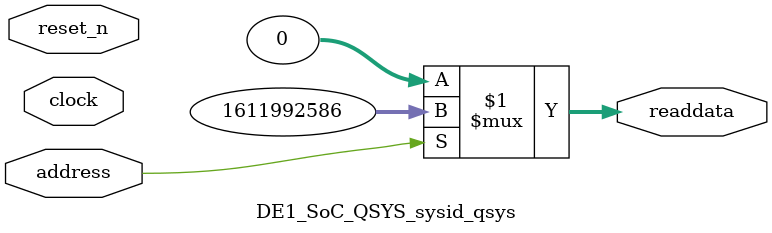
<source format=v>



// synthesis translate_off
`timescale 1ns / 1ps
// synthesis translate_on

// turn off superfluous verilog processor warnings 
// altera message_level Level1 
// altera message_off 10034 10035 10036 10037 10230 10240 10030 

module DE1_SoC_QSYS_sysid_qsys (
               // inputs:
                address,
                clock,
                reset_n,

               // outputs:
                readdata
             )
;

  output  [ 31: 0] readdata;
  input            address;
  input            clock;
  input            reset_n;

  wire    [ 31: 0] readdata;
  //control_slave, which is an e_avalon_slave
  assign readdata = address ? 1611992586 : 0;

endmodule



</source>
